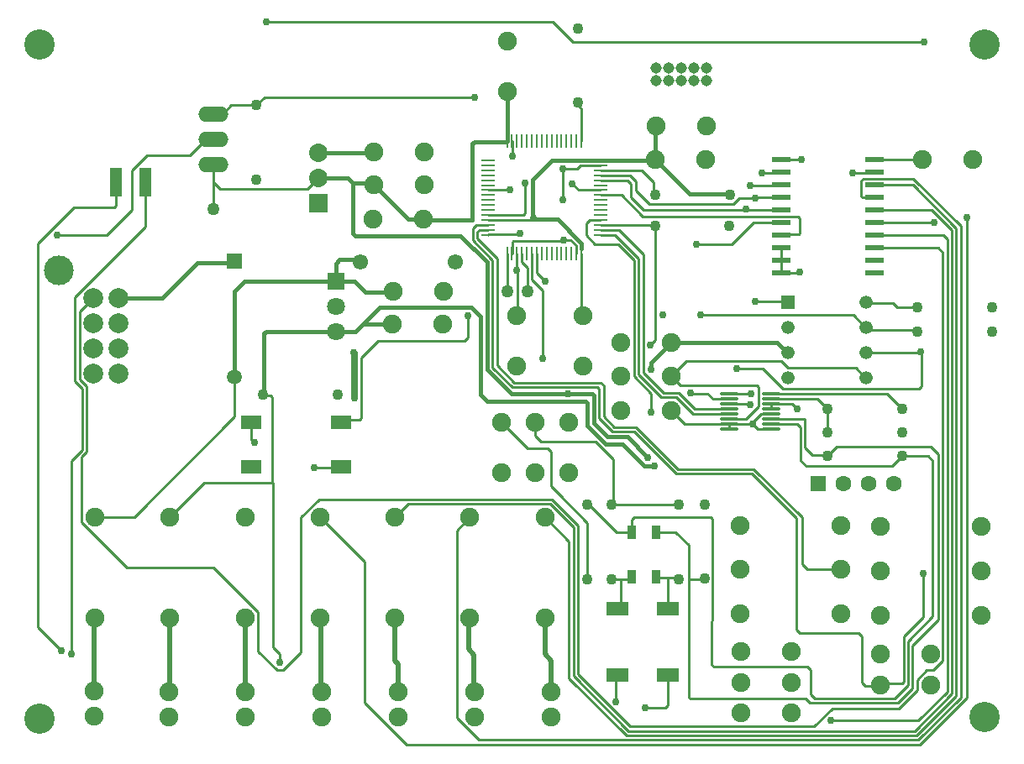
<source format=gtl>
G04*
G04 #@! TF.GenerationSoftware,Altium Limited,Altium Designer,21.0.8 (223)*
G04*
G04 Layer_Physical_Order=1*
G04 Layer_Color=255*
%FSAX25Y25*%
%MOIN*%
G70*
G04*
G04 #@! TF.SameCoordinates,E9B5AFCA-11DB-46D5-B1A1-4708AB9E7353*
G04*
G04*
G04 #@! TF.FilePolarity,Positive*
G04*
G01*
G75*
%ADD12C,0.01000*%
%ADD17R,0.05000X0.11496*%
%ADD18R,0.08268X0.05512*%
%ADD19R,0.07800X0.02200*%
%ADD20R,0.05787X0.01102*%
%ADD21R,0.01102X0.05787*%
%ADD22R,0.03543X0.05315*%
%ADD23R,0.09000X0.05500*%
%ADD24O,0.07677X0.01181*%
%ADD55C,0.02000*%
%ADD56C,0.01500*%
%ADD57C,0.02500*%
%ADD58C,0.07874*%
%ADD59C,0.11811*%
%ADD60C,0.07323*%
%ADD61R,0.07323X0.07323*%
%ADD62R,0.07087X0.07087*%
%ADD63C,0.07087*%
%ADD64R,0.05268X0.05268*%
%ADD65C,0.05268*%
%ADD66C,0.04331*%
%ADD67C,0.07500*%
%ADD68O,0.12000X0.06000*%
%ADD69C,0.06299*%
%ADD70R,0.06299X0.06299*%
%ADD71C,0.04500*%
%ADD72C,0.06102*%
%ADD73R,0.05906X0.05906*%
%ADD74C,0.05906*%
%ADD75C,0.03000*%
%ADD76C,0.05000*%
%ADD77C,0.12000*%
D12*
X0449564Y0319428D02*
Y0325461D01*
X0454544Y0319042D02*
X0454764Y0318823D01*
X0449950Y0319042D02*
X0454544D01*
X0449564Y0319428D02*
X0449950Y0319042D01*
X0449564Y0325461D02*
X0450325Y0326223D01*
X0470311D01*
X0454764Y0298823D02*
X0480072D01*
X0481900Y0296995D01*
Y0135075D02*
Y0296995D01*
X0398818Y0311365D02*
X0399004Y0311180D01*
X0424635Y0311223D02*
X0425264Y0310594D01*
X0399004Y0311180D02*
X0413282D01*
X0425264Y0304719D02*
Y0310594D01*
X0413282Y0311180D02*
X0413325Y0311223D01*
X0424635D01*
X0362822Y0311365D02*
X0398818D01*
X0363267Y0313823D02*
X0403300D01*
X0354387Y0319800D02*
X0362822Y0311365D01*
X0403300Y0313823D02*
X0403700Y0314223D01*
X0358120Y0318970D02*
X0363267Y0313823D01*
X0358120Y0318970D02*
Y0324410D01*
X0357839Y0327700D02*
X0360185Y0325354D01*
Y0321500D02*
X0365350Y0316335D01*
X0360185Y0321500D02*
Y0325354D01*
X0346087Y0325713D02*
X0356817D01*
X0358120Y0324410D01*
X0365350Y0316335D02*
X0398918D01*
X0192500Y0314465D02*
Y0325000D01*
X0192405Y0314370D02*
X0192500Y0314465D01*
X0471249Y0275400D02*
X0471449Y0275200D01*
X0463800Y0275400D02*
X0471249D01*
X0451500Y0277000D02*
X0462200D01*
X0463800Y0275400D01*
X0471449Y0275200D02*
X0471900D01*
X0335000Y0380500D02*
X0474500D01*
X0327000Y0388500D02*
X0335000Y0380500D01*
X0153724Y0315724D02*
Y0324965D01*
X0153000Y0315000D02*
X0153724Y0315724D01*
X0122713Y0300456D02*
X0137257Y0315000D01*
X0153000D01*
X0137563Y0279352D02*
X0165535Y0307325D01*
Y0324965D01*
X0122713Y0148287D02*
X0132000Y0139000D01*
X0122713Y0148287D02*
Y0300456D01*
X0136000Y0137500D02*
Y0214152D01*
X0140387Y0218539D01*
X0200900Y0231900D02*
Y0247667D01*
X0161000Y0192000D02*
X0200900Y0231900D01*
X0407700Y0277900D02*
X0408000Y0277600D01*
X0419900D01*
X0420500Y0277000D01*
X0447366Y0251134D02*
X0451500Y0247000D01*
X0420520Y0251134D02*
X0447366D01*
X0417854Y0253800D02*
X0420520Y0251134D01*
X0380175Y0253800D02*
X0417854D01*
X0374200Y0247825D02*
X0380175Y0253800D01*
X0446400Y0272100D02*
X0452163Y0266337D01*
X0385900Y0272100D02*
X0446400D01*
X0452163Y0266337D02*
X0471263D01*
X0471900Y0265700D01*
X0472218Y0257304D02*
X0472814Y0257900D01*
X0451803Y0257304D02*
X0472218D01*
X0451100Y0257000D02*
X0451404Y0257304D01*
X0410500Y0250800D02*
X0418434Y0242866D01*
X0472366D02*
X0473400Y0243900D01*
X0418434Y0242866D02*
X0472366D01*
X0398918Y0316335D02*
X0401284Y0318700D01*
X0406764Y0318823D02*
X0417764D01*
X0454764Y0333823D02*
X0473764D01*
X0470165Y0323823D02*
X0487300Y0306688D01*
X0333635Y0128032D02*
Y0182365D01*
X0324000Y0192000D02*
X0333635Y0182365D01*
Y0128032D02*
X0356416Y0105250D01*
X0471459D01*
X0487300Y0121091D01*
Y0306688D01*
X0470311Y0326223D02*
X0489100Y0307434D01*
Y0120346D02*
Y0307434D01*
X0472204Y0103450D02*
X0489100Y0120346D01*
X0297792Y0103450D02*
X0472204D01*
X0289000Y0112242D02*
X0297792Y0103450D01*
X0437500Y0111200D02*
X0472318D01*
X0335435Y0128777D02*
Y0187990D01*
X0326175Y0197250D02*
X0335435Y0187990D01*
X0337235Y0129523D02*
Y0188736D01*
X0424678Y0304134D02*
X0425264Y0304719D01*
X0418074Y0304134D02*
X0424678D01*
X0417764Y0303823D02*
X0418074Y0304134D01*
X0401284Y0318700D02*
X0406641D01*
X0406764Y0318823D01*
X0454764Y0323823D02*
X0470165D01*
X0478050Y0131225D02*
X0481900Y0135075D01*
X0475600Y0131225D02*
X0478050D01*
X0471750Y0127375D02*
X0475600Y0131225D01*
X0471750Y0123104D02*
Y0127375D01*
X0464623Y0115977D02*
X0471750Y0123104D01*
X0438035Y0115977D02*
X0464623D01*
X0430907Y0108850D02*
X0438035Y0115977D01*
X0357907Y0108850D02*
X0430907D01*
X0337235Y0129523D02*
X0357907Y0108850D01*
X0472318Y0111200D02*
X0483700Y0122582D01*
Y0302400D01*
X0482277Y0303823D02*
X0483700Y0302400D01*
X0454764Y0303823D02*
X0482277D01*
X0335435Y0128777D02*
X0357162Y0107050D01*
X0470713D01*
X0485500Y0121837D01*
Y0305943D01*
X0477620Y0313823D02*
X0485500Y0305943D01*
X0454764Y0313823D02*
X0477620D01*
X0269750Y0197250D02*
X0326175D01*
X0264500Y0192000D02*
X0269750Y0197250D01*
X0437400Y0111100D02*
X0437500Y0111200D01*
X0139363Y0273463D02*
X0144800Y0278900D01*
X0139363Y0246648D02*
Y0273463D01*
Y0246648D02*
X0142187Y0243824D01*
Y0217793D02*
Y0243824D01*
X0140250Y0215857D02*
X0142187Y0217793D01*
X0140250Y0189825D02*
Y0215857D01*
Y0189825D02*
X0158075Y0172000D01*
X0192425D01*
X0210250Y0154175D01*
Y0138707D02*
Y0154175D01*
Y0138707D02*
X0217657Y0131300D01*
X0220143D01*
X0227259Y0138416D01*
Y0191934D01*
X0234375Y0199050D01*
X0326920D01*
X0337235Y0188736D01*
X0346094Y0319800D02*
X0354387D01*
X0346087Y0319807D02*
X0346094Y0319800D01*
X0329741Y0200850D02*
X0340900Y0189691D01*
X0329741Y0200850D02*
X0329741D01*
X0326400Y0204191D02*
X0329741Y0200850D01*
X0322500Y0222000D02*
X0344101D01*
X0311116Y0243500D02*
X0344914D01*
X0311862Y0245300D02*
X0346300D01*
X0367284Y0319255D02*
Y0324803D01*
X0362437Y0329650D02*
X0367284Y0324803D01*
X0439965Y0219765D02*
X0477235D01*
X0480100Y0216900D01*
Y0151200D02*
Y0216900D01*
X0469950Y0141050D02*
X0480100Y0151200D01*
X0469950Y0123850D02*
Y0141050D01*
X0464250Y0118150D02*
X0469950Y0123850D01*
X0429304Y0118150D02*
X0464250D01*
X0427700Y0212100D02*
X0461800D01*
X0465800Y0216100D01*
X0476000D01*
X0477900Y0214200D01*
Y0152500D02*
Y0214200D01*
X0468150Y0142750D02*
X0477900Y0152500D01*
X0468150Y0125150D02*
Y0142750D01*
X0462950Y0119950D02*
X0468150Y0125150D01*
X0431150Y0119950D02*
X0462950D01*
X0425300Y0145800D02*
X0448600D01*
X0449800Y0144600D01*
Y0126300D02*
Y0144600D01*
Y0126300D02*
X0451100Y0125000D01*
X0289000Y0186750D02*
X0294250Y0192000D01*
X0289000Y0112242D02*
Y0186750D01*
X0345650Y0231150D02*
X0350950Y0225850D01*
X0345650Y0231150D02*
Y0242764D01*
X0344914Y0243500D02*
X0345650Y0242764D01*
X0347450Y0231896D02*
X0351646Y0227700D01*
X0347450Y0231896D02*
Y0244150D01*
X0346300Y0245300D02*
X0347450Y0244150D01*
X0406764Y0308823D02*
X0417764D01*
X0398041Y0300100D02*
X0406764Y0308823D01*
X0346106Y0327700D02*
X0357839D01*
X0346087Y0327681D02*
X0346106Y0327700D01*
X0491400Y0120100D02*
Y0310782D01*
X0472950Y0101650D02*
X0491400Y0120100D01*
X0474200Y0152300D02*
Y0169700D01*
X0199639Y0355500D02*
X0209500D01*
X0196139Y0352000D02*
X0199639Y0355500D01*
X0192500Y0352000D02*
X0196139D01*
X0212700Y0358700D02*
X0296100D01*
X0209500Y0355500D02*
X0212700Y0358700D01*
X0192500Y0325000D02*
X0195165Y0322335D01*
X0229835D01*
X0234000Y0326500D01*
X0374200Y0262700D02*
X0376836D01*
X0397122Y0228969D02*
X0397200Y0229047D01*
X0212500Y0240800D02*
X0212969Y0240331D01*
X0312820Y0290000D02*
Y0296383D01*
X0192500Y0325000D02*
Y0332000D01*
X0160000Y0329516D02*
X0166086Y0335602D01*
X0160000Y0314000D02*
Y0329516D01*
X0150000Y0304000D02*
X0160000Y0314000D01*
X0130500Y0304000D02*
X0150000D01*
X0137563Y0245902D02*
Y0279352D01*
Y0245902D02*
X0140387Y0243079D01*
Y0218539D02*
Y0243079D01*
X0166086Y0335602D02*
X0183102D01*
X0189500Y0342000D01*
X0192500D01*
X0213500Y0388500D02*
X0327000D01*
X0337000Y0355599D02*
Y0356500D01*
Y0355599D02*
X0338528Y0354071D01*
Y0341146D02*
Y0354071D01*
X0269259Y0101650D02*
X0472950D01*
X0252626Y0118282D02*
X0269259Y0101650D01*
X0252626Y0118282D02*
Y0174124D01*
X0234750Y0192000D02*
X0252626Y0174124D01*
X0215800Y0205600D02*
X0216200D01*
X0188850D02*
X0215800D01*
X0208800Y0220900D02*
Y0221441D01*
X0212200Y0240500D02*
X0212500Y0240800D01*
X0243172Y0211700D02*
X0243313Y0211842D01*
Y0229558D02*
X0244355Y0230600D01*
X0249781D02*
X0249781Y0230600D01*
X0250612D01*
X0251200Y0231188D01*
X0275764Y0310323D02*
X0276173Y0309913D01*
X0292300Y0261800D02*
X0293600Y0263100D01*
X0298009Y0305910D02*
X0301324D01*
X0297199Y0305101D02*
X0298009Y0305910D01*
X0301324D02*
X0301441Y0306028D01*
X0296900Y0307996D02*
X0301441D01*
X0308900Y0282800D02*
X0309000Y0282700D01*
Y0281450D02*
Y0282700D01*
X0310968Y0296500D02*
X0311020Y0296551D01*
Y0301114D01*
X0310216Y0321776D02*
X0310264Y0321823D01*
X0311000Y0335100D02*
X0311020Y0335120D01*
X0309000Y0341146D02*
X0309051Y0341197D01*
X0310968Y0341146D02*
X0311020Y0341094D01*
X0309051Y0360610D02*
X0309264Y0360823D01*
X0312800Y0290000D02*
X0313000Y0289800D01*
X0314957Y0293134D02*
X0317000Y0291091D01*
X0319200Y0310641D02*
Y0310979D01*
X0318523Y0309965D02*
X0319200Y0310641D01*
X0325100Y0219300D02*
X0326400Y0218000D01*
X0334474Y0301900D02*
X0334974Y0301400D01*
X0331400Y0301900D02*
X0334474D01*
X0331200Y0301700D02*
X0331400Y0301900D01*
X0331000Y0330300D02*
X0331100Y0330200D01*
X0336508Y0296551D02*
X0336559Y0296500D01*
X0336508Y0296551D02*
Y0298252D01*
X0340400Y0308600D02*
X0341713Y0309913D01*
X0336763Y0330300D02*
X0338000Y0331537D01*
X0346035Y0309913D02*
X0346087Y0309965D01*
Y0333587D02*
X0346138Y0333638D01*
X0366937Y0307996D02*
X0367264Y0308323D01*
X0367284Y0319255D02*
X0367444Y0319094D01*
X0381768Y0241300D02*
X0381842D01*
X0382150Y0240991D01*
X0397168Y0227000D02*
Y0228969D01*
Y0236842D02*
X0397228Y0236782D01*
X0397168Y0240779D02*
X0397262Y0240874D01*
X0406482Y0228969D02*
Y0229441D01*
X0405218Y0236782D02*
X0405330Y0236670D01*
X0404068Y0240874D02*
X0405668D01*
X0405500Y0323500D02*
X0405661Y0323661D01*
X0409912Y0232871D02*
X0413865D01*
X0413900Y0232906D01*
Y0234874D02*
Y0236842D01*
X0410100Y0328600D02*
X0410211Y0328711D01*
X0417764Y0288823D02*
Y0293823D01*
X0417602Y0323661D02*
X0417764Y0323823D01*
X0417652Y0328711D02*
X0417764Y0328823D01*
X0425500Y0214300D02*
X0427700Y0212100D01*
X0427300Y0219500D02*
X0430200Y0216600D01*
X0424764Y0288823D02*
X0425264Y0289323D01*
X0425623Y0333823D02*
X0425811Y0334011D01*
X0454641Y0328700D02*
X0454764Y0328823D01*
X0212969Y0240331D02*
X0215214D01*
X0251200Y0231188D02*
Y0255200D01*
X0262864Y0271323D02*
X0263364Y0271823D01*
X0293600Y0263100D02*
Y0272000D01*
X0295399Y0301800D02*
Y0306495D01*
X0297199Y0302545D02*
Y0305101D01*
X0301441Y0304059D02*
X0301492Y0304110D01*
X0311020Y0335120D02*
Y0341094D01*
X0312764Y0271823D02*
X0313000Y0272059D01*
Y0289800D01*
X0317000Y0281900D02*
Y0291091D01*
X0315514Y0311933D02*
X0316100Y0312519D01*
X0313510Y0304110D02*
X0314100Y0304700D01*
X0312820Y0296383D02*
X0312937Y0296500D01*
X0314957Y0293134D02*
Y0296449D01*
X0314906Y0296500D02*
X0314957Y0296449D01*
X0320811Y0288789D02*
X0324000Y0285600D01*
X0338476Y0272610D02*
X0339264Y0271823D01*
X0340400Y0303800D02*
Y0308600D01*
X0338476Y0296449D02*
X0338528Y0296500D01*
X0353004Y0300350D02*
X0359450Y0293904D01*
X0366300Y0233600D02*
Y0241066D01*
X0388593Y0240991D02*
X0390773Y0238811D01*
X0397200Y0320200D02*
X0397400Y0320000D01*
X0408794Y0235892D02*
Y0243649D01*
X0417764Y0293823D02*
Y0298823D01*
X0435800Y0216600D02*
X0436300Y0216100D01*
X0207487Y0222755D02*
Y0229558D01*
X0309000Y0281450D02*
Y0296500D01*
X0316100Y0312519D02*
Y0324673D01*
X0318843Y0286258D02*
Y0296500D01*
X0320811Y0288789D02*
Y0296500D01*
X0331100Y0318000D02*
Y0330200D01*
X0425500Y0214300D02*
Y0227729D01*
X0427300Y0219500D02*
Y0230937D01*
X0436200Y0225500D02*
Y0234900D01*
X0303200Y0251416D02*
Y0293999D01*
X0305000Y0252162D02*
Y0294745D01*
X0323100Y0254800D02*
Y0282000D01*
X0338476Y0272610D02*
Y0296449D01*
X0359450Y0247916D02*
Y0293904D01*
X0363100Y0249357D02*
Y0296400D01*
X0361300Y0248612D02*
Y0294600D01*
X0207487Y0222755D02*
X0208800Y0221441D01*
X0232600Y0211700D02*
X0243172D01*
X0244355Y0230600D02*
X0249781D01*
X0318843Y0286258D02*
X0323100Y0282000D01*
X0311020Y0301114D02*
X0311606Y0301700D01*
X0295399Y0306495D02*
X0296900Y0307996D01*
X0301441Y0309965D02*
X0318523D01*
X0301441Y0321776D02*
X0310216D01*
X0343850Y0300350D02*
X0353004D01*
X0336475Y0298285D02*
X0336508Y0298252D01*
X0336475Y0298285D02*
Y0299899D01*
X0334974Y0301400D02*
X0336475Y0299899D01*
X0346087Y0306028D02*
X0353472D01*
X0341713Y0309913D02*
X0346035D01*
X0334900Y0324400D02*
X0337524Y0321776D01*
X0346087D01*
X0331000Y0330300D02*
X0336763D01*
X0338000Y0331537D02*
X0346005D01*
X0371032Y0241425D02*
X0377132D01*
X0365900Y0260400D02*
X0367800Y0262300D01*
X0367764Y0333823D02*
X0367982Y0334041D01*
X0367764Y0333823D02*
X0367877D01*
X0367982Y0347082D02*
X0368200Y0347300D01*
X0406482Y0228969D02*
X0408451Y0227000D01*
X0397168Y0228969D02*
X0406482D01*
X0397168Y0230937D02*
X0403839D01*
X0408451Y0227000D02*
X0413900D01*
X0397228Y0236782D02*
X0405218D01*
X0390773Y0238811D02*
X0397168D01*
X0408143Y0244300D02*
X0408794Y0243649D01*
X0397262Y0240874D02*
X0405668D01*
X0400300Y0250800D02*
X0410500D01*
X0403700Y0313823D02*
X0417764D01*
X0405661Y0323661D02*
X0417602D01*
X0410211Y0328711D02*
X0417652D01*
X0430200Y0216600D02*
X0435800D01*
X0424261Y0228969D02*
X0425500Y0227729D01*
X0432289Y0238811D02*
X0436200Y0234900D01*
X0422199Y0236842D02*
X0424168Y0234874D01*
X0215214Y0240331D02*
X0215800Y0239745D01*
X0320250Y0224250D02*
X0322500Y0222000D01*
X0305000Y0252162D02*
X0311862Y0245300D01*
X0303200Y0251416D02*
X0311116Y0243500D01*
X0301492Y0304110D02*
X0313510D01*
X0301441Y0311933D02*
X0315514D01*
X0295399Y0301800D02*
X0303200Y0293999D01*
X0297199Y0302545D02*
X0305000Y0294745D01*
X0344101Y0222000D02*
X0351200Y0214901D01*
X0346087Y0304059D02*
X0351841D01*
X0340400Y0303800D02*
X0343850Y0300350D01*
X0359404Y0225850D02*
X0376054Y0209200D01*
X0363100Y0249357D02*
X0371032Y0241425D01*
X0361300Y0248612D02*
X0370287Y0239625D01*
X0376300D01*
X0359450Y0247916D02*
X0366300Y0241066D01*
X0374200Y0247825D02*
X0377725Y0244300D01*
X0377132Y0241425D02*
X0383649Y0234909D01*
X0376300Y0239625D02*
X0382984Y0232940D01*
X0374200Y0234300D02*
X0379532Y0228969D01*
X0403839Y0230937D02*
X0408794Y0235892D01*
X0406482Y0229441D02*
X0409912Y0232871D01*
X0436300Y0216100D02*
X0439965Y0219765D01*
X0251200Y0255200D02*
X0257800Y0261800D01*
X0320250Y0224250D02*
Y0229700D01*
X0306900D02*
X0317300Y0219300D01*
X0360100Y0227700D02*
X0376800Y0211000D01*
X0367800Y0262300D02*
Y0307700D01*
X0317300Y0219300D02*
X0325100D01*
X0351646Y0227700D02*
X0360100D01*
X0350950Y0225850D02*
X0359404D01*
X0379532Y0228969D02*
X0397122D01*
X0383649Y0234909D02*
X0397415D01*
X0382984Y0232940D02*
X0397161D01*
X0382150Y0240991D02*
X0388593D01*
X0384100Y0300100D02*
X0398041D01*
X0311606Y0301700D02*
X0331200D01*
X0346087Y0307996D02*
X0366937D01*
X0346087Y0329650D02*
X0362437D01*
X0414870Y0230937D02*
X0427300D01*
X0413900Y0228969D02*
X0424261D01*
X0413900Y0238811D02*
X0432289D01*
X0413900Y0236842D02*
X0422199D01*
X0413900Y0240779D02*
X0459821D01*
X0417764Y0288823D02*
X0424764D01*
X0446300Y0328700D02*
X0454641D01*
X0417764Y0333823D02*
X0425623D01*
X0353472Y0306028D02*
X0363100Y0296400D01*
X0351841Y0304059D02*
X0361300Y0294600D01*
X0376054Y0209200D02*
X0406154D01*
X0376800Y0211000D02*
X0406900D01*
X0377725Y0244300D02*
X0408143D01*
X0257800Y0261800D02*
X0292300D01*
X0466327Y0144427D02*
X0474200Y0152300D01*
X0457673Y0125873D02*
X0465741D01*
X0466327Y0126459D01*
Y0144427D01*
X0457000Y0125200D02*
X0457673Y0125873D01*
X0381000Y0120640D02*
Y0167100D01*
Y0120640D02*
X0381586Y0120054D01*
X0427400D01*
X0429304Y0118150D01*
X0429400Y0121700D02*
X0431150Y0119950D01*
X0391045Y0132500D02*
X0428100D01*
X0429400Y0121700D02*
Y0131200D01*
X0428100Y0132500D02*
X0429400Y0131200D01*
X0451100Y0125000D02*
X0456800D01*
X0423800Y0147300D02*
X0425300Y0145800D01*
X0423800Y0147300D02*
Y0191554D01*
X0456800Y0125000D02*
X0457000Y0125200D01*
X0428100Y0171100D02*
X0441600D01*
X0426000Y0173200D02*
Y0191900D01*
Y0173200D02*
X0428100Y0171100D01*
X0406900Y0211000D02*
X0426000Y0191900D01*
X0406154Y0209200D02*
X0423800Y0191554D01*
X0350600Y0196900D02*
X0377200D01*
X0326400Y0204191D02*
Y0218000D01*
X0350600Y0196900D02*
X0351200Y0197500D01*
Y0214901D01*
X0459821Y0240779D02*
X0465700Y0234900D01*
X0472814Y0257900D02*
X0473400Y0257314D01*
Y0243900D02*
Y0257314D01*
X0340900Y0167400D02*
Y0189691D01*
X0454764Y0308823D02*
X0478377D01*
X0478400Y0308800D01*
X0381000Y0167100D02*
Y0180900D01*
X0386500Y0167100D02*
X0386900Y0167500D01*
X0381000Y0167100D02*
X0386500D01*
X0389980Y0191900D02*
X0390565Y0191314D01*
Y0150892D02*
Y0191314D01*
X0359400Y0191900D02*
X0389980D01*
X0390300Y0133245D02*
Y0150626D01*
Y0133245D02*
X0391045Y0132500D01*
X0390300Y0150626D02*
X0390565Y0150892D01*
X0358379Y0186057D02*
Y0190879D01*
X0359400Y0191900D01*
X0375843Y0186057D02*
X0381000Y0180900D01*
X0368221Y0186057D02*
X0375843D01*
X0341500Y0196900D02*
X0352343Y0186057D01*
X0358379D01*
X0354118Y0167400D02*
X0357635D01*
X0350600D02*
X0354118D01*
X0352700Y0155750D02*
X0354118Y0157168D01*
Y0167400D01*
X0357635D02*
X0358379Y0168143D01*
X0372700Y0155750D02*
Y0167800D01*
X0376800D01*
X0371100D02*
X0372700D01*
X0370600D02*
X0371100D01*
X0367700D02*
X0370600D01*
X0376800D02*
X0377200Y0167400D01*
X0215800Y0205600D02*
Y0239745D01*
X0367371Y0116300D02*
X0371700D01*
X0367271Y0116400D02*
X0367371Y0116300D01*
X0371700D02*
X0372700Y0117300D01*
Y0129250D01*
X0363800Y0116400D02*
X0367271D01*
X0352300Y0118700D02*
Y0128850D01*
X0352700Y0129250D01*
X0216200Y0140400D02*
Y0205600D01*
Y0140400D02*
X0218900Y0137700D01*
Y0134300D02*
Y0137700D01*
X0145500Y0192000D02*
X0161000D01*
X0175250D02*
X0188850Y0205600D01*
X0234750Y0152000D02*
X0235125Y0151625D01*
Y0122875D02*
X0235500Y0122500D01*
X0205000Y0152000D02*
X0205083Y0151917D01*
Y0122583D02*
X0205167Y0122500D01*
X0175042Y0151792D02*
X0175250Y0152000D01*
X0174833Y0122500D02*
X0175042Y0122708D01*
X0145000Y0151500D02*
X0145500Y0152000D01*
D17*
X0165535Y0324965D02*
D03*
X0153724D02*
D03*
D18*
X0207487Y0211842D02*
D03*
X0243313D02*
D03*
X0207487Y0229558D02*
D03*
X0243313D02*
D03*
D19*
X0417764Y0333823D02*
D03*
Y0328823D02*
D03*
Y0323823D02*
D03*
Y0318823D02*
D03*
Y0313823D02*
D03*
Y0308823D02*
D03*
Y0303823D02*
D03*
Y0298823D02*
D03*
Y0293823D02*
D03*
Y0288823D02*
D03*
X0454764D02*
D03*
Y0293823D02*
D03*
Y0298823D02*
D03*
Y0303823D02*
D03*
Y0308823D02*
D03*
Y0313823D02*
D03*
Y0318823D02*
D03*
Y0323823D02*
D03*
Y0328823D02*
D03*
Y0333823D02*
D03*
D20*
X0346087Y0333587D02*
D03*
Y0331618D02*
D03*
Y0329650D02*
D03*
Y0327681D02*
D03*
Y0325713D02*
D03*
Y0323744D02*
D03*
Y0321776D02*
D03*
Y0319807D02*
D03*
Y0317839D02*
D03*
Y0315870D02*
D03*
Y0313902D02*
D03*
Y0311933D02*
D03*
Y0309965D02*
D03*
Y0307996D02*
D03*
Y0306028D02*
D03*
Y0304059D02*
D03*
X0301441D02*
D03*
Y0309965D02*
D03*
Y0311933D02*
D03*
Y0313902D02*
D03*
Y0315870D02*
D03*
Y0317839D02*
D03*
Y0319807D02*
D03*
Y0321776D02*
D03*
Y0323744D02*
D03*
Y0325713D02*
D03*
Y0327681D02*
D03*
Y0329650D02*
D03*
Y0331618D02*
D03*
Y0333587D02*
D03*
Y0307996D02*
D03*
Y0306028D02*
D03*
D21*
X0309000Y0341146D02*
D03*
X0310968D02*
D03*
X0312937D02*
D03*
X0314906D02*
D03*
X0316874D02*
D03*
X0318843D02*
D03*
X0320811D02*
D03*
X0322779D02*
D03*
X0324748D02*
D03*
X0326716D02*
D03*
X0328685D02*
D03*
X0330654D02*
D03*
X0332622D02*
D03*
X0334591D02*
D03*
X0336559D02*
D03*
X0338528D02*
D03*
Y0296500D02*
D03*
X0336559D02*
D03*
X0334591D02*
D03*
X0332622D02*
D03*
X0330654D02*
D03*
X0328685D02*
D03*
X0326716D02*
D03*
X0324748D02*
D03*
X0322779D02*
D03*
X0320811D02*
D03*
X0318843D02*
D03*
X0316874D02*
D03*
X0314906D02*
D03*
X0312937D02*
D03*
X0310968D02*
D03*
X0309000D02*
D03*
D22*
X0368221Y0186057D02*
D03*
Y0168143D02*
D03*
X0358379Y0186057D02*
D03*
Y0168143D02*
D03*
D23*
X0372700Y0129250D02*
D03*
X0352700D02*
D03*
Y0155750D02*
D03*
X0372700D02*
D03*
D24*
X0397168Y0240779D02*
D03*
Y0238811D02*
D03*
Y0236842D02*
D03*
Y0234874D02*
D03*
Y0232906D02*
D03*
Y0230937D02*
D03*
Y0228969D02*
D03*
Y0227000D02*
D03*
X0413900Y0240779D02*
D03*
Y0238811D02*
D03*
Y0236842D02*
D03*
Y0234874D02*
D03*
Y0232906D02*
D03*
Y0230937D02*
D03*
Y0228969D02*
D03*
Y0227000D02*
D03*
D55*
X0264440Y0135085D02*
X0265833Y0133692D01*
X0264440Y0151940D02*
X0264500Y0152000D01*
X0264440Y0135085D02*
Y0151940D01*
X0265833Y0122500D02*
Y0133692D01*
X0326560Y0122560D02*
Y0134975D01*
X0324000Y0137535D02*
X0326560Y0134975D01*
X0324000Y0137535D02*
Y0152000D01*
X0326500Y0122500D02*
X0326560Y0122560D01*
X0295900Y0122767D02*
Y0137360D01*
X0293738Y0139522D02*
Y0150000D01*
Y0139522D02*
X0295900Y0137360D01*
X0293738Y0150000D02*
X0294250Y0150512D01*
X0145100Y0122900D02*
X0145300Y0123100D01*
Y0151200D01*
X0145000Y0151500D02*
X0145300Y0151200D01*
X0295900Y0122767D02*
X0296167Y0122500D01*
X0235125Y0122875D02*
Y0151625D01*
X0205083Y0122583D02*
Y0151917D01*
X0175042Y0122708D02*
Y0151792D01*
D56*
X0200252Y0292885D02*
X0200900Y0293533D01*
X0172100Y0278900D02*
X0186085Y0292885D01*
X0200252D01*
X0416150Y0261350D02*
X0420500Y0257000D01*
X0374200Y0261350D02*
X0416150D01*
X0304608Y0237974D02*
X0340021D01*
X0329173Y0310100D02*
X0338525Y0300748D01*
X0340900Y0228100D02*
X0348200Y0220800D01*
X0340900Y0228100D02*
Y0237095D01*
X0340021Y0237974D02*
X0340900Y0237095D01*
X0333000Y0241000D02*
X0342721D01*
X0310717D02*
X0333000D01*
X0234000Y0336500D02*
X0234250Y0336750D01*
X0255750D01*
X0256000Y0337000D01*
X0245800Y0326500D02*
X0247800Y0324500D01*
X0234000Y0326500D02*
X0245800D01*
X0333000Y0240800D02*
Y0241000D01*
X0200900Y0281700D02*
X0204900Y0285700D01*
X0212500Y0240800D02*
X0212600Y0240900D01*
Y0264800D02*
X0213500Y0265700D01*
X0241000Y0292500D02*
X0242600Y0294100D01*
X0248800Y0265700D02*
X0251700Y0268600D01*
X0250120Y0294100D02*
X0250820Y0293400D01*
X0338525Y0298644D02*
Y0300748D01*
X0366100Y0250600D02*
Y0253250D01*
X0298600Y0240463D02*
X0301089Y0237974D01*
X0364800Y0215450D02*
Y0215753D01*
X0212600Y0240900D02*
Y0264800D01*
X0241000Y0285700D02*
Y0292500D01*
X0298600Y0240463D02*
Y0271596D01*
X0309051Y0341197D02*
Y0360610D01*
X0319200Y0310979D02*
Y0325896D01*
X0200900Y0247667D02*
Y0281700D01*
X0301150Y0250567D02*
Y0293150D01*
X0241000Y0265700D02*
X0248800D01*
X0241000Y0285700D02*
X0248400D01*
X0252800Y0281300D01*
X0242600Y0294100D02*
X0250120D01*
X0247800Y0324500D02*
X0255500D01*
X0263500Y0268600D02*
X0263600Y0268500D01*
X0263500Y0281300D02*
X0263700Y0281500D01*
X0269677Y0310323D02*
X0275764D01*
X0301089Y0237974D02*
X0304608D01*
X0319639Y0310539D02*
X0320079Y0310100D01*
X0295300Y0340121D02*
X0296179Y0341000D01*
X0308685D01*
X0348200Y0220800D02*
X0354804D01*
X0326890Y0333587D02*
X0346087D01*
X0367350Y0212150D02*
X0367400Y0212200D01*
X0363454Y0212150D02*
X0367350D01*
X0251700Y0268600D02*
X0258350Y0275250D01*
X0247800Y0304579D02*
X0248679Y0303700D01*
X0301150Y0250567D02*
X0310717Y0241000D01*
X0294946Y0275250D02*
X0298600Y0271596D01*
X0343600Y0229100D02*
Y0240121D01*
X0342721Y0241000D02*
X0343600Y0240121D01*
X0356753Y0223800D02*
X0364800Y0215753D01*
X0367982Y0334041D02*
Y0347082D01*
X0247800Y0304579D02*
Y0324500D01*
X0295300Y0309913D02*
Y0340121D01*
X0343600Y0229100D02*
X0348900Y0223800D01*
X0366100Y0253250D02*
X0374200Y0261350D01*
X0367877Y0333823D02*
X0381500Y0320200D01*
X0213500Y0265700D02*
X0241000D01*
X0251700Y0268600D02*
X0263500D01*
X0154800Y0278900D02*
X0172100D01*
X0252800Y0281300D02*
X0263500D01*
X0204900Y0285700D02*
X0241000D01*
X0320079Y0310100D02*
X0329173D01*
X0346138Y0333638D02*
X0365579D01*
X0354804Y0220800D02*
X0363454Y0212150D01*
X0348900Y0223800D02*
X0356753D01*
X0381500Y0320200D02*
X0397200D01*
X0290600Y0303700D02*
X0301150Y0293150D01*
X0319200Y0325896D02*
X0326890Y0333587D01*
X0256000Y0324000D02*
X0269677Y0310323D01*
X0258350Y0275250D02*
X0294946D01*
X0276173Y0309913D02*
X0295300D01*
X0248679Y0303700D02*
X0290600D01*
D57*
X0248300Y0257265D02*
Y0257400D01*
X0248500Y0239100D02*
Y0257065D01*
X0248300Y0257265D02*
X0248500Y0257065D01*
D58*
X0154800Y0278900D02*
D03*
Y0268900D02*
D03*
Y0258900D02*
D03*
Y0248900D02*
D03*
X0144800D02*
D03*
Y0258900D02*
D03*
Y0268900D02*
D03*
Y0278900D02*
D03*
D59*
X0131300Y0289900D02*
D03*
D60*
X0234000Y0336500D02*
D03*
Y0326500D02*
D03*
D61*
Y0316500D02*
D03*
D62*
X0241000Y0285700D02*
D03*
D63*
Y0275700D02*
D03*
Y0265700D02*
D03*
D64*
X0420400Y0277100D02*
D03*
D65*
Y0267100D02*
D03*
Y0257100D02*
D03*
Y0247100D02*
D03*
X0451400D02*
D03*
Y0257100D02*
D03*
Y0267100D02*
D03*
Y0277100D02*
D03*
D66*
X0209500Y0355500D02*
D03*
Y0326000D02*
D03*
X0241700Y0240500D02*
D03*
X0212200D02*
D03*
X0340900Y0196900D02*
D03*
Y0167400D02*
D03*
X0350600D02*
D03*
Y0196900D02*
D03*
X0387600Y0197000D02*
D03*
Y0167500D02*
D03*
X0337000Y0386000D02*
D03*
Y0356500D02*
D03*
X0397400Y0320000D02*
D03*
X0367900D02*
D03*
X0377200Y0167400D02*
D03*
Y0196900D02*
D03*
X0397300Y0307700D02*
D03*
X0367800D02*
D03*
X0501400Y0265700D02*
D03*
X0471900D02*
D03*
X0501400Y0275200D02*
D03*
X0471900D02*
D03*
X0465700Y0225500D02*
D03*
X0436200D02*
D03*
X0465700Y0234900D02*
D03*
X0436200D02*
D03*
X0465700Y0216100D02*
D03*
X0436200D02*
D03*
D67*
X0324000Y0152000D02*
D03*
Y0192000D02*
D03*
X0497200Y0188100D02*
D03*
X0457200D02*
D03*
X0401600Y0188600D02*
D03*
X0441600D02*
D03*
X0457000Y0153000D02*
D03*
X0497000D02*
D03*
X0457000Y0125200D02*
D03*
X0477000D02*
D03*
X0477100Y0137700D02*
D03*
X0457100D02*
D03*
X0457300Y0170700D02*
D03*
X0497300D02*
D03*
X0441600Y0153600D02*
D03*
X0401600D02*
D03*
Y0171100D02*
D03*
X0441600D02*
D03*
X0421900Y0126350D02*
D03*
X0401900D02*
D03*
Y0138600D02*
D03*
X0421900D02*
D03*
X0401900Y0114100D02*
D03*
X0421900D02*
D03*
X0368200Y0347300D02*
D03*
X0388200D02*
D03*
X0339264Y0271823D02*
D03*
Y0251823D02*
D03*
X0312764Y0271823D02*
D03*
Y0251823D02*
D03*
X0374200Y0261350D02*
D03*
X0354200D02*
D03*
X0333600Y0209700D02*
D03*
Y0229700D02*
D03*
X0283700Y0281500D02*
D03*
X0263700D02*
D03*
X0263600Y0268500D02*
D03*
X0283600D02*
D03*
X0320250Y0229700D02*
D03*
Y0209700D02*
D03*
X0306900Y0229700D02*
D03*
Y0209700D02*
D03*
X0145100Y0122900D02*
D03*
Y0112900D02*
D03*
X0354200Y0247825D02*
D03*
X0374200D02*
D03*
X0354200Y0234300D02*
D03*
X0374200D02*
D03*
X0255764Y0310323D02*
D03*
X0275764D02*
D03*
X0309264Y0380823D02*
D03*
Y0360823D02*
D03*
X0387764Y0333823D02*
D03*
X0367764D02*
D03*
X0493764D02*
D03*
X0473764D02*
D03*
X0256000Y0337000D02*
D03*
X0276000D02*
D03*
X0256000Y0324000D02*
D03*
X0276000D02*
D03*
X0326500Y0112500D02*
D03*
Y0122500D02*
D03*
X0296167Y0112500D02*
D03*
Y0122500D02*
D03*
X0265833Y0112500D02*
D03*
Y0122500D02*
D03*
X0235500Y0112500D02*
D03*
Y0122500D02*
D03*
X0205167Y0112500D02*
D03*
Y0122500D02*
D03*
X0174833Y0112500D02*
D03*
Y0122500D02*
D03*
X0145500Y0192000D02*
D03*
Y0152000D02*
D03*
X0175250Y0192000D02*
D03*
Y0152000D02*
D03*
X0205000Y0192000D02*
D03*
Y0152000D02*
D03*
X0234750Y0192000D02*
D03*
Y0152000D02*
D03*
X0264500Y0192000D02*
D03*
Y0152000D02*
D03*
X0294250Y0192000D02*
D03*
Y0152000D02*
D03*
D68*
X0192500Y0352000D02*
D03*
Y0342000D02*
D03*
Y0332000D02*
D03*
D69*
X0462600Y0205200D02*
D03*
X0452600D02*
D03*
X0442600D02*
D03*
D70*
X0432600D02*
D03*
D71*
X0368100Y0365300D02*
D03*
Y0370300D02*
D03*
X0373100Y0365300D02*
D03*
Y0370300D02*
D03*
X0378100Y0365300D02*
D03*
Y0370300D02*
D03*
X0383100Y0365300D02*
D03*
Y0370300D02*
D03*
X0388100Y0365300D02*
D03*
Y0370300D02*
D03*
D72*
X0250820Y0293400D02*
D03*
X0288380D02*
D03*
D73*
X0200900Y0293533D02*
D03*
D74*
Y0247667D02*
D03*
D75*
X0403700Y0314223D02*
D03*
X0474500Y0380500D02*
D03*
X0132000Y0139000D02*
D03*
X0136000Y0137500D02*
D03*
X0474200Y0169700D02*
D03*
X0130500Y0304000D02*
D03*
X0213500Y0388500D02*
D03*
X0316100Y0324673D02*
D03*
X0324000Y0285600D02*
D03*
X0331400Y0301900D02*
D03*
X0331100Y0318000D02*
D03*
X0331000Y0330300D02*
D03*
X0365900Y0260400D02*
D03*
X0405330Y0236670D02*
D03*
X0405500Y0323500D02*
D03*
X0293600Y0272000D02*
D03*
X0314100Y0304700D02*
D03*
X0323100Y0254800D02*
D03*
X0333000Y0240800D02*
D03*
X0364800Y0215450D02*
D03*
X0370800Y0272400D02*
D03*
X0381768Y0241300D02*
D03*
X0385900Y0272100D02*
D03*
X0405668Y0240874D02*
D03*
X0410100Y0328600D02*
D03*
X0208800Y0221441D02*
D03*
X0232600Y0211700D02*
D03*
X0312800Y0290000D02*
D03*
X0334900Y0324400D02*
D03*
X0367400Y0212200D02*
D03*
X0366100Y0250600D02*
D03*
X0384100Y0300100D02*
D03*
X0406482Y0228969D02*
D03*
X0400300Y0250800D02*
D03*
X0407400Y0277600D02*
D03*
X0424168Y0234874D02*
D03*
X0425811Y0334011D02*
D03*
X0248300Y0257400D02*
D03*
X0248500Y0239100D02*
D03*
X0310264Y0321823D02*
D03*
X0319639Y0310539D02*
D03*
X0311000Y0335100D02*
D03*
X0296100Y0358700D02*
D03*
X0366300Y0233600D02*
D03*
X0407500Y0318700D02*
D03*
X0425264Y0289323D02*
D03*
X0446300Y0328700D02*
D03*
X0473107Y0257607D02*
D03*
X0491400Y0310782D02*
D03*
X0478400Y0308800D02*
D03*
X0437400Y0111100D02*
D03*
X0352300Y0118700D02*
D03*
X0363800Y0116400D02*
D03*
X0218900Y0134300D02*
D03*
D76*
X0192453Y0314418D02*
D03*
X0309000Y0281450D02*
D03*
X0317000D02*
D03*
D77*
X0123500Y0379700D02*
D03*
X0498500Y0379500D02*
D03*
Y0112500D02*
D03*
X0123500Y0112000D02*
D03*
M02*

</source>
